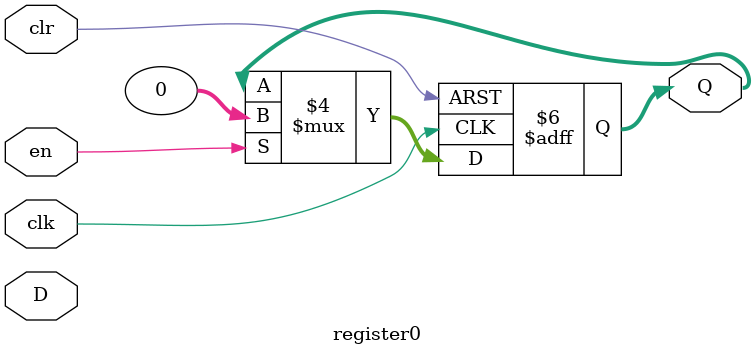
<source format=v>
module register0(D,Q,en,clk,clr);
	input[31:0] D;
	output reg[31:0] Q;
	input en,clk,clr;
	
	initial begin 
		Q = 32'h00000000;
	end
	
	always @(posedge clk or posedge clr) begin
		if (clr)
			Q=32'h00000000;
		else if (en)
			Q=32'h00000000;
	end
endmodule
			
</source>
